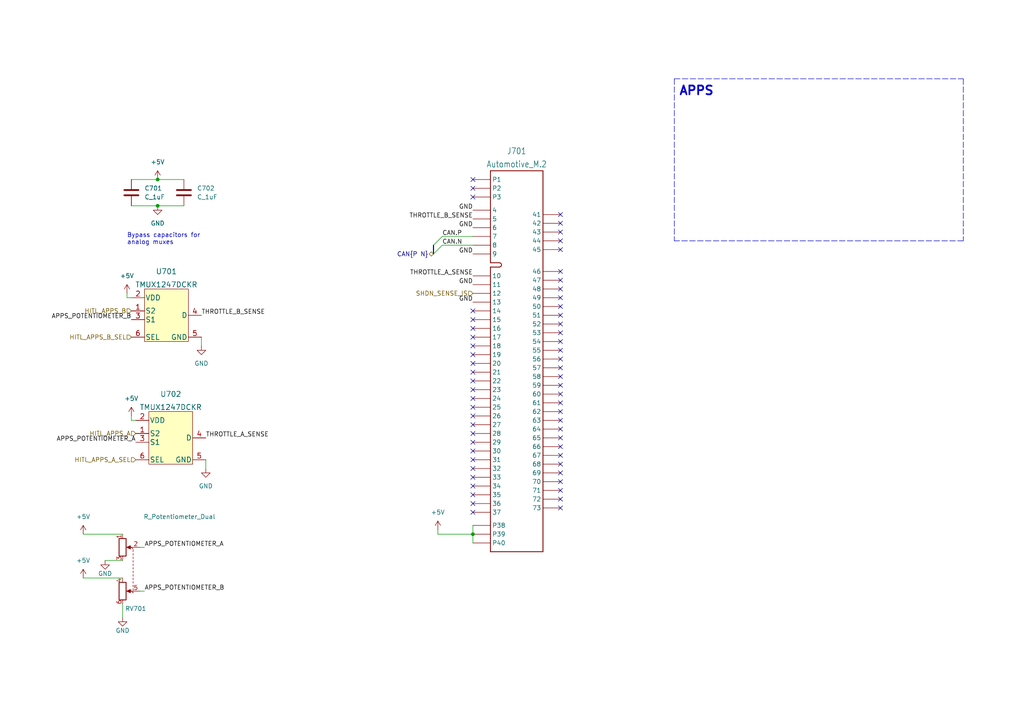
<source format=kicad_sch>
(kicad_sch (version 20211123) (generator eeschema)
  (paper "A4")
  (lib_symbols
    (symbol "+5V_1" (power) (pin_names (offset 0))
      (property "Value" "+5V_1" (at 0 3.556 0))
      (symbol "+5V_1_0_1"
        (polyline (pts (xy -0.762 1.27) (xy 0 2.54)))
        (polyline (pts (xy 0 0) (xy 0 2.54)))
        (polyline (pts (xy 0 2.54) (xy 0.762 1.27)))
      )
      (symbol "+5V_1_1_1"
        (pin power_in line (at 0 0 90) (length 0) hide (name "+5V") (number "1"))
      )
    )
    (symbol "Device:R_Potentiometer_Dual" (pin_names (offset 1.016) hide)
      (property "Reference" "RV" (at 0 3.81 0))
      (property "Value" "R_Potentiometer_Dual" (at 0 1.905 0))
      (symbol "R_Potentiometer_Dual_0_1"
        (rectangle (start -8.89 -1.524) (end -3.81 -3.556) (stroke (width 0.254)))
        (polyline (pts (xy -6.35 0) (xy -6.35 -1.016)))
        (polyline (pts (xy -6.35 0) (xy -6.35 -1.016)))
        (polyline (pts (xy -6.35 0) (xy -5.842 0.508)))
        (polyline (pts (xy -5.588 0.508) (xy -5.08 0.508)))
        (polyline (pts (xy -4.572 0.508) (xy -4.064 0.508)))
        (polyline (pts (xy -3.556 0.508) (xy -3.048 0.508)))
        (polyline (pts (xy -2.54 0.508) (xy -2.032 0.508)))
        (polyline (pts (xy -1.524 0.508) (xy -1.016 0.508)))
        (polyline (pts (xy -0.508 0.508) (xy 0 0.508)))
        (polyline (pts (xy 0.508 0.508) (xy 1.016 0.508)))
        (polyline (pts (xy 1.524 0.508) (xy 2.032 0.508)))
        (polyline (pts (xy 2.54 0.508) (xy 3.048 0.508)))
        (polyline (pts (xy 3.556 0.508) (xy 4.064 0.508)))
        (polyline (pts (xy 4.572 0.508) (xy 5.08 0.508)))
        (polyline (pts (xy 5.588 0.508) (xy 6.096 0.508)))
        (polyline (pts (xy 6.35 0) (xy 6.35 -1.016)))
        (polyline (pts (xy 6.35 0) (xy 6.35 -1.016)))
        (polyline (pts (xy 6.604 0.508) (xy 6.858 0.508) (xy 6.35 0)))
        (polyline (pts (xy -6.35 -1.397) (xy -6.858 -0.254) (xy -5.842 -0.254) (xy -6.35 -1.397)) (fill (type outline)))
        (polyline (pts (xy 6.35 -1.397) (xy 5.842 -0.254) (xy 6.858 -0.254) (xy 6.35 -1.397)) (fill (type outline)))
        (rectangle (start 3.81 -1.524) (end 8.89 -3.556) (stroke (width 0.254)))
      )
      (symbol "R_Potentiometer_Dual_1_1"
        (pin passive line (at -10.16 -2.54 0) (length 1.27) (name "1") (number "1"))
        (pin passive line (at -6.35 2.54 270) (length 2.54) (name "2") (number "2"))
        (pin passive line (at -2.54 -2.54 180) (length 1.27) (name "3") (number "3"))
        (pin passive line (at 2.54 -2.54 0) (length 1.27) (name "4") (number "4"))
        (pin passive line (at 6.35 2.54 270) (length 2.54) (name "5") (number "5"))
        (pin passive line (at 10.16 -2.54 180) (length 1.27) (name "6") (number "6"))
      )
    )
    (symbol "OEM:Automotive_M.2"
      (property "Reference" "J?" (at 1.27 49.53 0))
      (property "Value" "Automotive_M.2" (at 7.62 45.72 0))
      (symbol "Automotive_M.2_0_1"
        (arc (start -5.0436 15.2415) (mid -4.4198 15.8765) (end -5.0436 16.5115) (stroke (width 0.25)))
        (polyline (pts (xy -7.62 15.24) (xy -5.08 15.24)) (stroke (width 0.25)))
        (polyline (pts (xy -7.62 16.51) (xy -5.08 16.51)) (stroke (width 0.25)))
        (polyline (pts (xy -7.62 43.18) (xy -7.62 16.51)) (stroke (width 0.25)))
        (polyline (pts (xy 7.62 -67.31) (xy -7.62 -67.31)) (stroke (width 0.25)))
      )
      (symbol "Automotive_M.2_1_0"
        (polyline (pts (xy -7.62 -67.31) (xy -7.62 15.24)) (stroke (width 0.254)))
        (polyline (pts (xy 7.62 43.18) (xy -7.62 43.18)) (stroke (width 0.254)))
        (polyline (pts (xy 7.62 43.18) (xy 7.62 -67.31)) (stroke (width 0.254)))
        (pin bidirectional line (at -12.7 12.7 0) (length 5.08) (name "10") (number "10"))
        (pin bidirectional line (at -12.7 10.16 0) (length 5.08) (name "11") (number "11"))
        (pin bidirectional line (at -12.7 7.62 0) (length 5.08) (name "12") (number "12"))
        (pin bidirectional line (at -12.7 5.08 0) (length 5.08) (name "13") (number "13"))
        (pin bidirectional line (at -12.7 2.54 0) (length 5.08) (name "14") (number "14"))
        (pin bidirectional line (at -12.7 0 0) (length 5.08) (name "15") (number "15"))
        (pin bidirectional line (at -12.7 -2.54 0) (length 5.08) (name "16") (number "16"))
        (pin bidirectional line (at -12.7 -5.08 0) (length 5.08) (name "17") (number "17"))
        (pin bidirectional line (at -12.7 -7.62 0) (length 5.08) (name "18") (number "18"))
        (pin bidirectional line (at -12.7 -10.16 0) (length 5.08) (name "19") (number "19"))
        (pin bidirectional line (at -12.7 -12.7 0) (length 5.08) (name "20") (number "20"))
        (pin bidirectional line (at -12.7 -15.24 0) (length 5.08) (name "21") (number "21"))
        (pin bidirectional line (at -12.7 -17.78 0) (length 5.08) (name "22") (number "22"))
        (pin bidirectional line (at -12.7 -20.32 0) (length 5.08) (name "23") (number "23"))
        (pin bidirectional line (at -12.7 -22.86 0) (length 5.08) (name "24") (number "24"))
        (pin bidirectional line (at -12.7 -25.4 0) (length 5.08) (name "25") (number "25"))
        (pin bidirectional line (at -12.7 -27.94 0) (length 5.08) (name "26") (number "26"))
        (pin bidirectional line (at -12.7 -30.48 0) (length 5.08) (name "27") (number "27"))
        (pin bidirectional line (at -12.7 -33.02 0) (length 5.08) (name "28") (number "28"))
        (pin bidirectional line (at -12.7 -35.56 0) (length 5.08) (name "29") (number "29"))
        (pin bidirectional line (at -12.7 -38.1 0) (length 5.08) (name "30") (number "30"))
        (pin bidirectional line (at -12.7 -40.64 0) (length 5.08) (name "31") (number "31"))
        (pin bidirectional line (at -12.7 -43.18 0) (length 5.08) (name "32") (number "32"))
        (pin bidirectional line (at -12.7 -45.72 0) (length 5.08) (name "33") (number "33"))
        (pin bidirectional line (at -12.7 -48.26 0) (length 5.08) (name "34") (number "34"))
        (pin bidirectional line (at -12.7 -50.8 0) (length 5.08) (name "35") (number "35"))
        (pin bidirectional line (at -12.7 -53.34 0) (length 5.08) (name "36") (number "36"))
        (pin bidirectional line (at -12.7 -55.88 0) (length 5.08) (name "37") (number "37"))
        (pin bidirectional line (at -12.7 31.75 0) (length 5.08) (name "4") (number "4"))
        (pin bidirectional line (at 12.7 30.48 180) (length 5.08) (name "41") (number "41"))
        (pin bidirectional line (at 12.7 27.94 180) (length 5.08) (name "42") (number "42"))
        (pin bidirectional line (at 12.7 25.4 180) (length 5.08) (name "43") (number "43"))
        (pin bidirectional line (at 12.7 22.86 180) (length 5.08) (name "44") (number "44"))
        (pin bidirectional line (at 12.7 20.32 180) (length 5.08) (name "45") (number "45"))
        (pin bidirectional line (at 12.7 13.97 180) (length 5.08) (name "46") (number "46"))
        (pin bidirectional line (at 12.7 11.43 180) (length 5.08) (name "47") (number "47"))
        (pin bidirectional line (at 12.7 8.89 180) (length 5.08) (name "48") (number "48"))
        (pin bidirectional line (at 12.7 6.35 180) (length 5.08) (name "49") (number "49"))
        (pin bidirectional line (at -12.7 29.21 0) (length 5.08) (name "5") (number "5"))
        (pin bidirectional line (at 12.7 3.81 180) (length 5.08) (name "50") (number "50"))
        (pin bidirectional line (at 12.7 1.27 180) (length 5.08) (name "51") (number "51"))
        (pin bidirectional line (at 12.7 -1.27 180) (length 5.08) (name "52") (number "52"))
        (pin bidirectional line (at 12.7 -3.81 180) (length 5.08) (name "53") (number "53"))
        (pin bidirectional line (at 12.7 -6.35 180) (length 5.08) (name "54") (number "54"))
        (pin bidirectional line (at 12.7 -8.89 180) (length 5.08) (name "55") (number "55"))
        (pin bidirectional line (at 12.7 -11.43 180) (length 5.08) (name "56") (number "56"))
        (pin bidirectional line (at 12.7 -13.97 180) (length 5.08) (name "57") (number "57"))
        (pin bidirectional line (at 12.7 -16.51 180) (length 5.08) (name "58") (number "58"))
        (pin bidirectional line (at 12.7 -19.05 180) (length 5.08) (name "59") (number "59"))
        (pin bidirectional line (at -12.7 26.67 0) (length 5.08) (name "6") (number "6"))
        (pin bidirectional line (at 12.7 -21.59 180) (length 5.08) (name "60") (number "60"))
        (pin bidirectional line (at 12.7 -24.13 180) (length 5.08) (name "61") (number "61"))
        (pin bidirectional line (at 12.7 -26.67 180) (length 5.08) (name "62") (number "62"))
        (pin bidirectional line (at 12.7 -29.21 180) (length 5.08) (name "63") (number "63"))
        (pin bidirectional line (at 12.7 -31.75 180) (length 5.08) (name "64") (number "64"))
        (pin bidirectional line (at 12.7 -34.29 180) (length 5.08) (name "65") (number "65"))
        (pin bidirectional line (at 12.7 -36.83 180) (length 5.08) (name "66") (number "66"))
        (pin bidirectional line (at 12.7 -39.37 180) (length 5.08) (name "67") (number "67"))
        (pin bidirectional line (at 12.7 -41.91 180) (length 5.08) (name "68") (number "68"))
        (pin bidirectional line (at 12.7 -44.45 180) (length 5.08) (name "69") (number "69"))
        (pin bidirectional line (at -12.7 24.13 0) (length 5.08) (name "7") (number "7"))
        (pin bidirectional line (at 12.7 -46.99 180) (length 5.08) (name "70") (number "70"))
        (pin bidirectional line (at 12.7 -49.53 180) (length 5.08) (name "71") (number "71"))
        (pin bidirectional line (at 12.7 -52.07 180) (length 5.08) (name "72") (number "72"))
        (pin bidirectional line (at 12.7 -54.61 180) (length 5.08) (name "73") (number "73"))
        (pin bidirectional line (at -12.7 21.59 0) (length 5.08) (name "8") (number "8"))
        (pin bidirectional line (at -12.7 19.05 0) (length 5.08) (name "9") (number "9"))
        (pin bidirectional line (at -12.7 40.64 0) (length 5.08) (name "P1") (number "P1"))
        (pin bidirectional line (at -12.7 38.1 0) (length 5.08) (name "P2") (number "P2"))
        (pin bidirectional line (at -12.7 35.56 0) (length 5.08) (name "P3") (number "P3"))
        (pin bidirectional line (at -12.7 -59.69 0) (length 5.08) (name "P38") (number "P38"))
        (pin bidirectional line (at -12.7 -62.23 0) (length 5.08) (name "P39") (number "P39"))
        (pin bidirectional line (at -12.7 -64.77 0) (length 5.08) (name "P40") (number "P40"))
      )
    )
    (symbol "OEM:1uF" (pin_numbers hide) (pin_names (offset 0.254))
      (property "Reference" "C" (at 0.635 3.81 0))
      (property "Value" "C_1uF" (at 0.635 -1.27 0))
      (symbol "1uF_0_1"
        (polyline (pts (xy -2.032 0.508) (xy 2.032 0.508)) (stroke (width 0.508)))
        (polyline (pts (xy -2.032 2.032) (xy 2.032 2.032)) (stroke (width 0.508)))
      )
      (symbol "1uF_1_1"
        (pin passive line (at 0 5.08 270) (length 2.794) (name "~") (number "1"))
        (pin passive line (at 0 -2.54 90) (length 2.794) (name "~") (number "2"))
      )
    )
    (symbol "formula:TMUX1247DCKR" (pin_names (offset 0.254))
      (property "Reference" "U" (at 0 12.7 0))
      (property "Value" "TMUX1247DCKR" (at 0 10.16 0))
      (symbol "TMUX1247DCKR_1_1"
        (rectangle (start -6.35 7.62) (end 6.35 -7.62) (fill (type background)))
        (pin bidirectional line (at -10.16 1.27 0) (length 3.81) (name "S2") (number "1"))
        (pin power_in line (at -10.16 5.08 0) (length 3.81) (name "VDD") (number "2"))
        (pin bidirectional line (at -10.16 -1.27 0) (length 3.81) (name "S1") (number "3"))
        (pin bidirectional line (at 10.16 0 180) (length 3.81) (name "D") (number "4"))
        (pin power_in line (at 10.16 -6.35 180) (length 3.81) (name "GND") (number "5"))
        (pin input line (at -10.16 -6.35 0) (length 3.81) (name "SEL") (number "6"))
      )
    )
    (symbol "power:+5V" (power) (pin_names (offset 0))
      (property "Value" "+5V" (at 0 3.556 0))
      (symbol "+5V_0_1"
        (polyline (pts (xy -0.762 1.27) (xy 0 2.54)))
        (polyline (pts (xy 0 0) (xy 0 2.54)))
        (polyline (pts (xy 0 2.54) (xy 0.762 1.27)))
      )
      (symbol "+5V_1_1"
        (pin power_in line (at 0 0 90) (length 0) hide (name "+5V") (number "1"))
      )
    )
    (symbol "power:GND" (power) (pin_names (offset 0))
      (property "Value" "GND" (at 0 -3.81 0))
      (symbol "GND_0_1"
        (polyline (pts (xy 0 0) (xy 0 -1.27) (xy 1.27 -1.27) (xy 0 -2.54) (xy -1.27 -1.27) (xy 0 -1.27)))
      )
      (symbol "GND_1_1"
        (pin power_in line (at 0 0 270) (length 0) hide (name "GND") (number "1"))
      )
    )
  )
  (junction (at 45.72 52.07))
  (junction (at 137.16 154.94))
  (junction (at 45.72 59.69))
  (no_connect (at 137.16 120.65))
  (no_connect (at 162.56 96.52))
  (no_connect (at 162.56 134.62))
  (no_connect (at 137.16 125.73))
  (no_connect (at 137.16 54.61))
  (no_connect (at 137.16 52.07))
  (no_connect (at 162.56 101.6))
  (no_connect (at 162.56 124.46))
  (no_connect (at 162.56 139.7))
  (no_connect (at 137.16 105.41))
  (no_connect (at 162.56 106.68))
  (no_connect (at 162.56 72.39))
  (no_connect (at 137.16 123.19))
  (no_connect (at 137.16 92.71))
  (no_connect (at 137.16 113.03))
  (no_connect (at 162.56 147.32))
  (no_connect (at 162.56 67.31))
  (no_connect (at 137.16 148.59))
  (no_connect (at 162.56 111.76))
  (no_connect (at 137.16 135.89))
  (no_connect (at 137.16 130.81))
  (no_connect (at 162.56 99.06))
  (no_connect (at 162.56 81.28))
  (no_connect (at 162.56 109.22))
  (no_connect (at 162.56 91.44))
  (no_connect (at 162.56 127))
  (no_connect (at 162.56 144.78))
  (no_connect (at 137.16 90.17))
  (no_connect (at 137.16 100.33))
  (no_connect (at 162.56 64.77))
  (no_connect (at 137.16 107.95))
  (no_connect (at 137.16 128.27))
  (no_connect (at 137.16 57.15))
  (no_connect (at 162.56 86.36))
  (no_connect (at 137.16 138.43))
  (no_connect (at 137.16 146.05))
  (no_connect (at 162.56 104.14))
  (no_connect (at 162.56 69.85))
  (no_connect (at 162.56 116.84))
  (no_connect (at 162.56 88.9))
  (no_connect (at 162.56 83.82))
  (no_connect (at 137.16 95.25))
  (no_connect (at 162.56 62.23))
  (no_connect (at 162.56 119.38))
  (no_connect (at 137.16 133.35))
  (no_connect (at 162.56 132.08))
  (no_connect (at 162.56 121.92))
  (no_connect (at 137.16 118.11))
  (no_connect (at 162.56 114.3))
  (no_connect (at 137.16 115.57))
  (no_connect (at 137.16 143.51))
  (no_connect (at 137.16 102.87))
  (no_connect (at 162.56 137.16))
  (no_connect (at 162.56 78.74))
  (no_connect (at 162.56 129.54))
  (no_connect (at 137.16 97.79))
  (no_connect (at 137.16 140.97))
  (no_connect (at 162.56 142.24))
  (no_connect (at 162.56 93.98))
  (no_connect (at 137.16 110.49))
  (bus_entry (at 125.73 73.66) (size 2.54 -2.54))
  (bus_entry (at 125.73 71.12) (size 2.54 -2.54))
  (wire (pts (xy 128.27 68.58) (xy 137.16 68.58)))
  (wire (pts (xy 38.1 59.69) (xy 45.72 59.69)))
  (bus (pts (xy 125.73 71.12) (xy 125.73 73.66)))
  (polyline (pts (xy 279.4 22.86) (xy 279.4 69.85)))
  (wire (pts (xy 24.13 154.94) (xy 35.56 154.94)))
  (wire (pts (xy 24.13 167.64) (xy 35.56 167.64)))
  (wire (pts (xy 30.48 162.56) (xy 35.56 162.56)))
  (polyline (pts (xy 279.4 69.85) (xy 195.58 69.85)))
  (wire (pts (xy 137.16 154.94) (xy 137.16 157.48)))
  (wire (pts (xy 58.42 97.79) (xy 58.42 100.33)))
  (wire (pts (xy 45.72 52.07) (xy 53.34 52.07)))
  (wire (pts (xy 127 153.67) (xy 127 154.94)))
  (polyline (pts (xy 195.58 22.86) (xy 279.4 22.86)))
  (wire (pts (xy 137.16 154.94) (xy 127 154.94)))
  (wire (pts (xy 40.64 158.75) (xy 41.91 158.75)))
  (wire (pts (xy 45.72 59.69) (xy 53.34 59.69)))
  (wire (pts (xy 38.1 52.07) (xy 45.72 52.07)))
  (wire (pts (xy 137.16 152.4) (xy 137.16 154.94)))
  (wire (pts (xy 40.64 171.45) (xy 41.91 171.45)))
  (wire (pts (xy 36.83 86.36) (xy 38.1 86.36)))
  (wire (pts (xy 59.69 133.35) (xy 59.69 135.89)))
  (wire (pts (xy 36.83 85.09) (xy 36.83 86.36)))
  (wire (pts (xy 35.56 175.26) (xy 35.56 179.07)))
  (wire (pts (xy 38.1 120.65) (xy 38.1 121.92)))
  (wire (pts (xy 128.27 71.12) (xy 137.16 71.12)))
  (polyline (pts (xy 195.58 22.86) (xy 195.58 69.85)))
  (wire (pts (xy 38.1 121.92) (xy 39.37 121.92)))
  (text "APPS" (at 196.85 27.94 0) (effects (font (size 2.54 2.54) bold) (justify left bottom)))
  (text "Bypass capacitors for\nanalog muxes" (at 36.83 71.12 0) (effects (font (size 1.27 1.27)) (justify left bottom)))
  (label "APPS_POTENTIOMETER_A" (at 39.37 128.27 180))
  (label "THROTTLE_A_SENSE" (at 59.69 127 0))
  (label "THROTTLE_B_SENSE" (at 58.42 91.44 0))
  (label "GND" (at 137.16 73.66 180))
  (label "THROTTLE_B_SENSE" (at 137.16 63.5 180))
  (label "GND" (at 137.16 82.55 180))
  (label "GND" (at 137.16 60.96 180))
  (label "GND" (at 137.16 66.04 180))
  (label "APPS_POTENTIOMETER_B" (at 41.91 171.45 0))
  (label "THROTTLE_A_SENSE" (at 137.16 80.01 180))
  (label "APPS_POTENTIOMETER_A" (at 41.91 158.75 0))
  (label "GND" (at 137.16 87.63 180))
  (label "CAN.P" (at 128.27 68.58 0))
  (label "CAN.N" (at 128.27 71.12 0))
  (label "APPS_POTENTIOMETER_B" (at 38.1 92.71 180))
  (hierarchical_label "HITL_APPS_A" (shape input) (at 39.37 125.73 180))
  (hierarchical_label "HITL_APPS_A_SEL" (shape input) (at 39.37 133.35 180))
  (hierarchical_label "SHDN_SENSE_IS" (shape input) (at 137.16 85.09 180))
  (hierarchical_label "CAN{P N}" (shape bidirectional) (at 125.73 73.66 180))
  (hierarchical_label "HITL_APPS_B_SEL" (shape input) (at 38.1 97.79 180))
  (hierarchical_label "HITL_APPS_B" (shape input) (at 38.1 90.17 180))
  (symbol (lib_id "power:+5V") (at 36.83 85.09 0) (unit 1)
    (property "Reference" "#PWR?" (effects hide))
    (property "Value" "+5V" (at 36.83 80.01 0))
  )
  (symbol (lib_id "power:+5V") (at 24.13 167.64 0) (unit 1)
    (property "Reference" "#PWR?" (effects hide))
    (property "Value" "+5V" (at 24.13 162.56 0))
  )
  (symbol (lib_id "power:GND") (at 45.72 59.69 0) (unit 1)
    (property "Reference" "#PWR?" (effects hide))
    (property "Value" "GND" (at 45.72 64.77 0))
  )
  (symbol (lib_name "+5V_1") (lib_id "power:+5V") (at 127 153.67 0) (unit 1)
    (property "Reference" "#PWR?" (effects hide))
    (property "Value" "+5V" (at 127 148.59 0))
  )
  (symbol (lib_id "OEM:1uF") (at 53.34 57.15 0) (unit 1)
    (property "Reference" "C702" (at 57.15 54.6099 0) (effects (justify left)))
    (property "Value" "C_1uF" (at 57.15 57.1499 0) (effects (justify left)))
    (property "Footprint" "footprints:C_0603_1608Metric" (effects hide))
    (property "Datasheet" "https://media.digikey.com/pdf/Data%20Sheets/Samsung%20PDFs/CL21B105KBFNNNG_Spec.pdf" (effects hide))
    (property "PurchasingLink" "https://www.digikey.com/en/products/detail/samsung-electro-mechanics/CL21B105KBFNNNG/3894467" (effects hide))
    (property "MFN" "DK" (effects hide))
    (property "MPN" "1276-6470-1-ND" (effects hide))
  )
  (symbol (lib_id "Device:R_Potentiometer_Dual") (at 38.1 165.1 270) (unit 1)
    (property "Reference" "RV701" (at 39.37 176.53 90))
    (property "Value" "R_Potentiometer_Dual" (at 52.07 149.86 90))
    (property "Footprint" "footprints:PTV1124420AA503" (effects hide))
  )
  (symbol (lib_id "formula:TMUX1247DCKR") (at 49.53 127 0) (unit 1)
    (property "Reference" "U702" (at 49.53 114.3 0) (effects (font (size 1.524 1.524))))
    (property "Value" "TMUX1247DCKR" (at 49.53 118.11 0) (effects (font (size 1.524 1.524))))
    (property "Footprint" "footprints:TMUX1247DCKR" (effects hide))
    (property "Datasheet" "https://www.ti.com/lit/ds/symlink/tmux1247.pdf" (effects hide))
  )
  (symbol (lib_id "power:GND") (at 35.56 179.07 0) (unit 1)
    (property "Reference" "#PWR?" (effects hide))
    (property "Value" "GND" (at 35.56 182.88 0))
  )
  (symbol (lib_id "power:+5V") (at 45.72 52.07 0) (unit 1)
    (property "Reference" "#PWR?" (effects hide))
    (property "Value" "+5V" (at 45.72 46.99 0))
  )
  (symbol (lib_id "power:GND") (at 59.69 135.89 0) (unit 1)
    (property "Reference" "#PWR?" (effects hide))
    (property "Value" "GND" (at 59.69 140.97 0))
  )
  (symbol (lib_id "OEM:1uF") (at 38.1 57.15 0) (unit 1)
    (property "Reference" "C701" (at 41.91 54.6099 0) (effects (justify left)))
    (property "Value" "C_1uF" (at 41.91 57.1499 0) (effects (justify left)))
    (property "Footprint" "footprints:C_0603_1608Metric" (effects hide))
    (property "Datasheet" "https://media.digikey.com/pdf/Data%20Sheets/Samsung%20PDFs/CL21B105KBFNNNG_Spec.pdf" (effects hide))
    (property "PurchasingLink" "https://www.digikey.com/en/products/detail/samsung-electro-mechanics/CL21B105KBFNNNG/3894467" (effects hide))
    (property "MFN" "DK" (effects hide))
    (property "MPN" "1276-6470-1-ND" (effects hide))
  )
  (symbol (lib_id "formula:TMUX1247DCKR") (at 48.26 91.44 0) (unit 1)
    (property "Reference" "U701" (at 48.26 78.74 0) (effects (font (size 1.524 1.524))))
    (property "Value" "TMUX1247DCKR" (at 48.26 82.55 0) (effects (font (size 1.524 1.524))))
    (property "Footprint" "footprints:TMUX1247DCKR" (effects hide))
    (property "Datasheet" "https://www.ti.com/lit/ds/symlink/tmux1247.pdf" (effects hide))
  )
  (symbol (lib_id "power:GND") (at 58.42 100.33 0) (unit 1)
    (property "Reference" "#PWR?" (effects hide))
    (property "Value" "GND" (at 58.42 105.41 0))
  )
  (symbol (lib_id "power:+5V") (at 24.13 154.94 0) (unit 1)
    (property "Reference" "#PWR?" (effects hide))
    (property "Value" "+5V" (at 24.13 149.86 0))
  )
  (symbol (lib_id "OEM:Automotive_M.2") (at 149.86 92.71 0) (unit 1)
    (property "Reference" "J701" (at 149.86 43.815 0) (effects (font (size 1.778 1.5113))))
    (property "Value" "Automotive_M.2" (at 149.86 47.625 0) (effects (font (size 1.778 1.5113))))
    (property "Footprint" "footprints:Automotive_M.2" (effects hide))
  )
  (symbol (lib_id "power:GND") (at 30.48 162.56 0) (unit 1)
    (property "Reference" "#PWR?" (effects hide))
    (property "Value" "GND" (at 30.48 166.37 0))
  )
  (symbol (lib_id "power:+5V") (at 38.1 120.65 0) (unit 1)
    (property "Reference" "#PWR?" (effects hide))
    (property "Value" "+5V" (at 38.1 115.57 0))
  )
)
</source>
